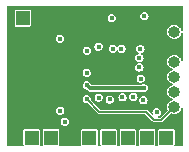
<source format=gbr>
%TF.GenerationSoftware,KiCad,Pcbnew,7.0.2-6a45011f42~172~ubuntu22.04.1*%
%TF.CreationDate,2023-05-25T09:16:40+08:00*%
%TF.ProjectId,fly2040_ds,666c7932-3034-4305-9f64-732e6b696361,rev?*%
%TF.SameCoordinates,PX45b1cc0PY2f4fd10*%
%TF.FileFunction,Copper,L2,Inr*%
%TF.FilePolarity,Positive*%
%FSLAX46Y46*%
G04 Gerber Fmt 4.6, Leading zero omitted, Abs format (unit mm)*
G04 Created by KiCad (PCBNEW 7.0.2-6a45011f42~172~ubuntu22.04.1) date 2023-05-25 09:16:40*
%MOMM*%
%LPD*%
G01*
G04 APERTURE LIST*
%TA.AperFunction,ComponentPad*%
%ADD10R,1.200000X1.200000*%
%TD*%
%TA.AperFunction,ComponentPad*%
%ADD11O,1.000000X1.000000*%
%TD*%
%TA.AperFunction,ViaPad*%
%ADD12C,0.450000*%
%TD*%
%TA.AperFunction,Conductor*%
%ADD13C,0.200000*%
%TD*%
%TA.AperFunction,Conductor*%
%ADD14C,0.357600*%
%TD*%
G04 APERTURE END LIST*
D10*
%TO.N,NS_SCL*%
%TO.C,J7*%
X2177500Y-11220000D03*
%TD*%
D11*
%TO.N,RST*%
%TO.C,J8*%
X14255753Y-8601880D03*
%TO.N,D-*%
X14255753Y-7331880D03*
%TO.N,D+*%
X14255753Y-6061880D03*
%TO.N,+3V3*%
X14255753Y-4791880D03*
%TO.N,GND*%
X14255753Y-3521880D03*
%TO.N,BOOT*%
X14255753Y-2251880D03*
%TD*%
D10*
%TO.N,NS_CPU*%
%TO.C,J1*%
X1430000Y-1110000D03*
%TD*%
%TO.N,NS_CMD*%
%TO.C,J4*%
X10315000Y-11220000D03*
%TD*%
%TO.N,NS_RST*%
%TO.C,J2*%
X7060000Y-11220000D03*
%TD*%
%TO.N,NS_SDA*%
%TO.C,J6*%
X3810000Y-11220000D03*
%TD*%
%TO.N,NS_D0*%
%TO.C,J5*%
X11942500Y-11220000D03*
%TD*%
%TO.N,GND*%
%TO.C,J9*%
X5432500Y-11220000D03*
%TD*%
%TO.N,NS_CLK*%
%TO.C,J3*%
X8687500Y-11220000D03*
%TD*%
%TO.N,+3V3*%
%TO.C,J10*%
X13570000Y-11220000D03*
%TD*%
D12*
%TO.N,GND*%
X4440000Y-4640000D03*
X920000Y-8060000D03*
X920000Y-2740000D03*
%TO.N,+3V3*%
X4560000Y-2830000D03*
%TO.N,LED_DATA*%
X4590000Y-8930000D03*
%TO.N,RST*%
X6830000Y-7950000D03*
%TO.N,Net-(U1-GPIO29_ADC3)*%
X11630000Y-8050000D03*
%TO.N,Net-(U1-GPIO28_ADC2)*%
X10780000Y-7760000D03*
%TO.N,Net-(U1-GPIO27_ADC1)*%
X9860000Y-7800000D03*
%TO.N,Net-(U1-GPIO26_ADC0)*%
X8780000Y-7990000D03*
%TO.N,+3V3*%
X7855000Y-7830000D03*
%TO.N,QSPI_SD3*%
X11405000Y-6225000D03*
%TO.N,QSPI_SCK*%
X11290000Y-5270000D03*
%TO.N,QSPI_SD0*%
X11290000Y-4470000D03*
%TO.N,QSPI_SD2*%
X11380000Y-3710000D03*
%TO.N,QSPI_SD1*%
X9775000Y-3695000D03*
%TO.N,QSPI_CS*%
X9050000Y-3685000D03*
%TO.N,+3V3*%
X4980000Y-9880000D03*
X11720000Y-920000D03*
X12755000Y-9090000D03*
X8955000Y-1090000D03*
X6840000Y-5730000D03*
%TO.N,+1V1*%
X6850000Y-6785000D03*
X11660000Y-7010000D03*
%TO.N,NS_SDA*%
X7840000Y-3515000D03*
%TO.N,NS_SCL*%
X6850000Y-3850000D03*
%TD*%
D13*
%TO.N,RST*%
X6830000Y-7950000D02*
X7910000Y-9030000D01*
X7910000Y-9030000D02*
X11850000Y-9030000D01*
X11850000Y-9030000D02*
X12530000Y-9710000D01*
X12530000Y-9710000D02*
X13147633Y-9710000D01*
X13147633Y-9710000D02*
X14255753Y-8601880D01*
D14*
%TO.N,+1V1*%
X7120000Y-7055000D02*
X6850000Y-6785000D01*
X11660000Y-7010000D02*
X11615000Y-7055000D01*
X11615000Y-7055000D02*
X7120000Y-7055000D01*
%TD*%
%TA.AperFunction,Conductor*%
%TO.N,GND*%
G36*
X14935648Y-64352D02*
G01*
X14950000Y-99000D01*
X14950000Y-2177000D01*
X14935648Y-2211648D01*
X14901000Y-2226000D01*
X14866352Y-2211648D01*
X14852419Y-2183396D01*
X14851577Y-2177000D01*
X14840797Y-2095118D01*
X14780289Y-1949039D01*
X14743950Y-1901681D01*
X14684035Y-1823597D01*
X14558595Y-1727345D01*
X14558594Y-1727344D01*
X14412515Y-1666836D01*
X14255753Y-1646198D01*
X14098990Y-1666836D01*
X13995695Y-1709622D01*
X13970884Y-1719900D01*
X13952910Y-1727345D01*
X13827470Y-1823597D01*
X13731218Y-1949037D01*
X13731217Y-1949038D01*
X13731217Y-1949039D01*
X13670709Y-2095118D01*
X13650071Y-2251880D01*
X13670709Y-2408642D01*
X13731217Y-2554721D01*
X13731218Y-2554722D01*
X13827470Y-2680162D01*
X13879828Y-2720337D01*
X13952912Y-2776416D01*
X14098991Y-2836924D01*
X14255753Y-2857562D01*
X14412515Y-2836924D01*
X14558594Y-2776416D01*
X14684035Y-2680162D01*
X14780289Y-2554721D01*
X14840797Y-2408642D01*
X14852419Y-2320362D01*
X14871171Y-2287885D01*
X14907396Y-2278178D01*
X14939874Y-2296930D01*
X14950000Y-2326759D01*
X14950000Y-4717000D01*
X14935648Y-4751648D01*
X14901000Y-4766000D01*
X14866352Y-4751648D01*
X14852419Y-4723396D01*
X14851577Y-4717000D01*
X14840797Y-4635118D01*
X14780289Y-4489039D01*
X14743950Y-4441681D01*
X14684035Y-4363597D01*
X14558595Y-4267345D01*
X14558594Y-4267344D01*
X14412515Y-4206836D01*
X14255753Y-4186198D01*
X14098990Y-4206836D01*
X13952910Y-4267345D01*
X13827470Y-4363597D01*
X13731218Y-4489037D01*
X13670709Y-4635117D01*
X13654651Y-4757095D01*
X13650071Y-4791880D01*
X13670709Y-4948642D01*
X13731217Y-5094721D01*
X13731218Y-5094722D01*
X13827470Y-5220162D01*
X13892421Y-5270000D01*
X13952912Y-5316416D01*
X14060833Y-5361118D01*
X14098990Y-5376924D01*
X14109434Y-5378299D01*
X14141912Y-5397051D01*
X14151619Y-5433276D01*
X14132867Y-5465754D01*
X14109434Y-5475461D01*
X14098990Y-5476835D01*
X13952910Y-5537345D01*
X13827470Y-5633597D01*
X13731218Y-5759037D01*
X13670709Y-5905117D01*
X13655368Y-6021648D01*
X13650071Y-6061880D01*
X13670709Y-6218642D01*
X13731217Y-6364721D01*
X13731218Y-6364722D01*
X13827470Y-6490162D01*
X13905554Y-6550077D01*
X13952912Y-6586416D01*
X14060833Y-6631118D01*
X14098990Y-6646924D01*
X14109434Y-6648299D01*
X14141912Y-6667051D01*
X14151619Y-6703276D01*
X14132867Y-6735754D01*
X14109434Y-6745461D01*
X14098990Y-6746835D01*
X13952910Y-6807345D01*
X13827470Y-6903597D01*
X13731218Y-7029037D01*
X13670709Y-7175117D01*
X13650511Y-7328541D01*
X13650071Y-7331880D01*
X13670709Y-7488642D01*
X13731217Y-7634721D01*
X13731218Y-7634722D01*
X13827470Y-7760162D01*
X13879389Y-7800000D01*
X13952912Y-7856416D01*
X14060833Y-7901118D01*
X14098990Y-7916924D01*
X14109434Y-7918299D01*
X14141912Y-7937051D01*
X14151619Y-7973276D01*
X14132867Y-8005754D01*
X14109434Y-8015461D01*
X14098990Y-8016835D01*
X13952910Y-8077345D01*
X13827470Y-8173597D01*
X13731218Y-8299037D01*
X13731217Y-8299038D01*
X13731217Y-8299039D01*
X13726418Y-8310625D01*
X13670709Y-8445117D01*
X13650071Y-8601879D01*
X13670709Y-8758643D01*
X13705168Y-8841835D01*
X13705168Y-8879338D01*
X13694546Y-8895234D01*
X13083533Y-9506248D01*
X13048885Y-9520600D01*
X12886043Y-9520600D01*
X12851395Y-9506248D01*
X12837043Y-9471600D01*
X12851395Y-9436952D01*
X12863797Y-9427941D01*
X12907296Y-9405776D01*
X12963587Y-9377095D01*
X13042095Y-9298587D01*
X13080583Y-9223049D01*
X13092500Y-9199662D01*
X13096660Y-9173396D01*
X13109869Y-9090000D01*
X13092500Y-8980339D01*
X13092500Y-8980337D01*
X13045732Y-8888551D01*
X13042095Y-8881413D01*
X12963587Y-8802905D01*
X12963586Y-8802905D01*
X12864662Y-8752499D01*
X12755000Y-8735131D01*
X12645337Y-8752499D01*
X12546412Y-8802905D01*
X12467905Y-8881412D01*
X12417499Y-8980337D01*
X12400131Y-9090000D01*
X12418370Y-9205160D01*
X12409615Y-9241627D01*
X12377638Y-9261222D01*
X12341171Y-9252467D01*
X12335325Y-9247473D01*
X12012568Y-8924716D01*
X12003070Y-8911331D01*
X12001887Y-8908874D01*
X11993118Y-8901881D01*
X11978551Y-8890263D01*
X11974455Y-8886602D01*
X11968835Y-8880982D01*
X11962100Y-8876750D01*
X11957620Y-8873572D01*
X11955753Y-8872083D01*
X11934291Y-8854968D01*
X11931632Y-8854361D01*
X11916473Y-8848081D01*
X11914164Y-8846631D01*
X11898895Y-8844910D01*
X11884502Y-8843288D01*
X11879093Y-8842368D01*
X11871341Y-8840600D01*
X11863388Y-8840600D01*
X11857902Y-8840292D01*
X11828249Y-8836951D01*
X11828248Y-8836951D01*
X11825676Y-8837851D01*
X11809494Y-8840600D01*
X8008748Y-8840600D01*
X7974100Y-8826248D01*
X7190625Y-8042773D01*
X7176273Y-8008125D01*
X7176875Y-8000469D01*
X7184869Y-7950000D01*
X7172144Y-7869661D01*
X7167500Y-7840337D01*
X7162233Y-7830000D01*
X7500131Y-7830000D01*
X7517499Y-7939662D01*
X7556822Y-8016835D01*
X7567905Y-8038587D01*
X7646413Y-8117095D01*
X7678554Y-8133472D01*
X7745337Y-8167500D01*
X7771718Y-8171678D01*
X7855000Y-8184869D01*
X7949667Y-8169874D01*
X7964662Y-8167500D01*
X7998053Y-8150486D01*
X8063587Y-8117095D01*
X8142095Y-8038587D01*
X8166851Y-7990000D01*
X8425131Y-7990000D01*
X8442499Y-8099662D01*
X8485915Y-8184868D01*
X8492905Y-8198587D01*
X8571413Y-8277095D01*
X8591834Y-8287500D01*
X8670337Y-8327500D01*
X8696718Y-8331678D01*
X8780000Y-8344869D01*
X8874667Y-8329874D01*
X8889662Y-8327500D01*
X8923053Y-8310486D01*
X8988587Y-8277095D01*
X9067095Y-8198587D01*
X9108617Y-8117095D01*
X9117500Y-8099662D01*
X9123835Y-8059662D01*
X9134869Y-7990000D01*
X9117500Y-7880339D01*
X9117500Y-7880337D01*
X9076565Y-7800000D01*
X9505131Y-7800000D01*
X9522499Y-7909662D01*
X9572670Y-8008125D01*
X9572905Y-8008587D01*
X9651413Y-8087095D01*
X9683554Y-8103472D01*
X9750337Y-8137500D01*
X9776718Y-8141678D01*
X9860000Y-8154869D01*
X9954667Y-8139874D01*
X9969662Y-8137500D01*
X10014079Y-8114868D01*
X10068587Y-8087095D01*
X10147095Y-8008587D01*
X10193099Y-7918299D01*
X10197500Y-7909662D01*
X10202144Y-7880339D01*
X10214869Y-7800000D01*
X10197500Y-7690339D01*
X10197500Y-7690337D01*
X10147094Y-7591412D01*
X10068587Y-7512905D01*
X9969662Y-7462499D01*
X9860000Y-7445131D01*
X9750337Y-7462499D01*
X9651412Y-7512905D01*
X9572905Y-7591412D01*
X9522499Y-7690337D01*
X9505131Y-7800000D01*
X9076565Y-7800000D01*
X9067094Y-7781412D01*
X8988587Y-7702905D01*
X8889662Y-7652499D01*
X8780000Y-7635131D01*
X8670337Y-7652499D01*
X8571412Y-7702905D01*
X8492905Y-7781412D01*
X8442499Y-7880337D01*
X8425131Y-7990000D01*
X8166851Y-7990000D01*
X8192156Y-7940337D01*
X8192500Y-7939662D01*
X8197251Y-7909662D01*
X8209869Y-7830000D01*
X8192500Y-7720339D01*
X8192500Y-7720337D01*
X8156832Y-7650337D01*
X8142095Y-7621413D01*
X8063587Y-7542905D01*
X7964662Y-7492499D01*
X7855000Y-7475131D01*
X7745337Y-7492499D01*
X7646412Y-7542905D01*
X7567905Y-7621412D01*
X7517499Y-7720337D01*
X7500131Y-7830000D01*
X7162233Y-7830000D01*
X7133472Y-7773554D01*
X7117095Y-7741413D01*
X7038587Y-7662905D01*
X7038586Y-7662905D01*
X6939662Y-7612499D01*
X6830000Y-7595131D01*
X6720337Y-7612499D01*
X6621412Y-7662905D01*
X6542905Y-7741412D01*
X6492499Y-7840337D01*
X6475131Y-7950000D01*
X6492499Y-8059662D01*
X6541010Y-8154868D01*
X6542905Y-8158587D01*
X6621413Y-8237095D01*
X6653554Y-8253472D01*
X6720337Y-8287500D01*
X6750325Y-8292249D01*
X6830000Y-8304869D01*
X6880461Y-8296876D01*
X6916926Y-8305631D01*
X6922773Y-8310625D01*
X7747430Y-9135282D01*
X7756928Y-9148666D01*
X7758113Y-9151126D01*
X7781447Y-9169735D01*
X7785544Y-9173396D01*
X7791165Y-9179017D01*
X7797903Y-9183251D01*
X7802377Y-9186426D01*
X7818975Y-9199662D01*
X7825709Y-9205032D01*
X7828362Y-9205637D01*
X7843532Y-9211921D01*
X7844705Y-9212657D01*
X7845837Y-9213369D01*
X7875499Y-9216710D01*
X7880907Y-9217630D01*
X7884456Y-9218440D01*
X7888658Y-9219400D01*
X7888659Y-9219400D01*
X7896607Y-9219400D01*
X7902093Y-9219708D01*
X7931752Y-9223050D01*
X7934324Y-9222149D01*
X7950508Y-9219400D01*
X11751252Y-9219400D01*
X11785900Y-9233752D01*
X12367430Y-9815282D01*
X12376928Y-9828666D01*
X12378113Y-9831126D01*
X12401447Y-9849735D01*
X12405544Y-9853396D01*
X12411164Y-9859016D01*
X12414408Y-9861054D01*
X12417897Y-9863247D01*
X12422375Y-9866424D01*
X12445709Y-9885032D01*
X12448366Y-9885638D01*
X12463531Y-9891921D01*
X12465835Y-9893369D01*
X12471255Y-9893979D01*
X12495492Y-9896710D01*
X12500903Y-9897630D01*
X12508658Y-9899400D01*
X12508659Y-9899400D01*
X12516612Y-9899400D01*
X12522097Y-9899707D01*
X12551751Y-9903049D01*
X12554321Y-9902149D01*
X12570504Y-9899400D01*
X13107127Y-9899400D01*
X13123309Y-9902149D01*
X13124056Y-9902410D01*
X13125882Y-9903049D01*
X13155535Y-9899707D01*
X13161021Y-9899400D01*
X13168972Y-9899400D01*
X13168974Y-9899400D01*
X13176734Y-9897628D01*
X13182138Y-9896710D01*
X13211797Y-9893369D01*
X13214097Y-9891923D01*
X13229270Y-9885637D01*
X13231924Y-9885032D01*
X13255264Y-9866417D01*
X13259732Y-9863248D01*
X13266469Y-9859016D01*
X13269695Y-9855788D01*
X13272094Y-9853391D01*
X13276184Y-9849735D01*
X13299520Y-9831126D01*
X13300701Y-9828672D01*
X13310198Y-9815285D01*
X13962398Y-9163085D01*
X13997045Y-9148734D01*
X14015796Y-9152463D01*
X14098991Y-9186924D01*
X14255753Y-9207562D01*
X14412515Y-9186924D01*
X14558594Y-9126416D01*
X14684035Y-9030162D01*
X14780289Y-8904721D01*
X14840797Y-8758642D01*
X14852419Y-8670362D01*
X14871171Y-8637885D01*
X14907396Y-8628178D01*
X14939874Y-8646930D01*
X14950000Y-8676759D01*
X14950000Y-11901000D01*
X14935648Y-11935648D01*
X14901000Y-11950000D01*
X14295680Y-11950000D01*
X14261032Y-11935648D01*
X14246680Y-11901000D01*
X14254937Y-11873778D01*
X14254938Y-11873777D01*
X14264669Y-11859213D01*
X14270500Y-11829899D01*
X14270499Y-10610102D01*
X14264669Y-10580787D01*
X14264669Y-10580786D01*
X14242457Y-10547543D01*
X14242456Y-10547542D01*
X14209213Y-10525331D01*
X14209212Y-10525330D01*
X14209211Y-10525330D01*
X14179900Y-10519500D01*
X12960102Y-10519500D01*
X12930786Y-10525330D01*
X12897543Y-10547542D01*
X12875330Y-10580788D01*
X12869500Y-10610099D01*
X12869500Y-11829897D01*
X12875330Y-11859213D01*
X12885062Y-11873777D01*
X12892378Y-11910559D01*
X12871543Y-11941742D01*
X12844320Y-11950000D01*
X12668180Y-11950000D01*
X12633532Y-11935648D01*
X12619180Y-11901000D01*
X12627437Y-11873778D01*
X12627438Y-11873777D01*
X12637169Y-11859213D01*
X12643000Y-11829899D01*
X12642999Y-10610102D01*
X12637169Y-10580787D01*
X12637169Y-10580786D01*
X12614957Y-10547543D01*
X12614956Y-10547542D01*
X12581713Y-10525331D01*
X12581712Y-10525330D01*
X12581711Y-10525330D01*
X12552400Y-10519500D01*
X11332602Y-10519500D01*
X11303286Y-10525330D01*
X11270043Y-10547542D01*
X11247830Y-10580788D01*
X11242000Y-10610099D01*
X11242000Y-11829897D01*
X11247830Y-11859213D01*
X11257562Y-11873777D01*
X11264878Y-11910559D01*
X11244043Y-11941742D01*
X11216820Y-11950000D01*
X11040680Y-11950000D01*
X11006032Y-11935648D01*
X10991680Y-11901000D01*
X10999937Y-11873778D01*
X10999938Y-11873777D01*
X11009669Y-11859213D01*
X11015500Y-11829899D01*
X11015499Y-10610102D01*
X11009669Y-10580787D01*
X11009669Y-10580786D01*
X10987457Y-10547543D01*
X10987456Y-10547542D01*
X10954213Y-10525331D01*
X10954212Y-10525330D01*
X10954211Y-10525330D01*
X10924900Y-10519500D01*
X9705102Y-10519500D01*
X9675786Y-10525330D01*
X9642543Y-10547542D01*
X9620330Y-10580788D01*
X9614500Y-10610099D01*
X9614500Y-11829897D01*
X9620330Y-11859213D01*
X9630062Y-11873777D01*
X9637378Y-11910559D01*
X9616543Y-11941742D01*
X9589320Y-11950000D01*
X9413180Y-11950000D01*
X9378532Y-11935648D01*
X9364180Y-11901000D01*
X9372437Y-11873778D01*
X9372438Y-11873777D01*
X9382169Y-11859213D01*
X9388000Y-11829899D01*
X9387999Y-10610102D01*
X9382169Y-10580787D01*
X9382169Y-10580786D01*
X9359957Y-10547543D01*
X9359956Y-10547542D01*
X9326713Y-10525331D01*
X9326712Y-10525330D01*
X9326711Y-10525330D01*
X9297400Y-10519500D01*
X8077602Y-10519500D01*
X8048286Y-10525330D01*
X8015043Y-10547542D01*
X7992830Y-10580788D01*
X7987000Y-10610099D01*
X7987000Y-11829897D01*
X7992830Y-11859213D01*
X8002562Y-11873777D01*
X8009878Y-11910559D01*
X7989043Y-11941742D01*
X7961820Y-11950000D01*
X7785680Y-11950000D01*
X7751032Y-11935648D01*
X7736680Y-11901000D01*
X7744937Y-11873778D01*
X7744938Y-11873777D01*
X7754669Y-11859213D01*
X7760500Y-11829899D01*
X7760499Y-10610102D01*
X7754669Y-10580787D01*
X7754669Y-10580786D01*
X7732457Y-10547543D01*
X7732456Y-10547542D01*
X7699213Y-10525331D01*
X7699212Y-10525330D01*
X7699211Y-10525330D01*
X7669900Y-10519500D01*
X6450102Y-10519500D01*
X6420786Y-10525330D01*
X6387543Y-10547542D01*
X6365330Y-10580788D01*
X6359500Y-10610099D01*
X6359500Y-11829897D01*
X6365330Y-11859213D01*
X6375062Y-11873777D01*
X6382378Y-11910559D01*
X6361543Y-11941742D01*
X6334320Y-11950000D01*
X4535680Y-11950000D01*
X4501032Y-11935648D01*
X4486680Y-11901000D01*
X4494937Y-11873778D01*
X4494938Y-11873777D01*
X4504669Y-11859213D01*
X4510500Y-11829899D01*
X4510499Y-10610102D01*
X4504669Y-10580787D01*
X4504669Y-10580786D01*
X4482457Y-10547543D01*
X4482456Y-10547542D01*
X4449213Y-10525331D01*
X4449212Y-10525330D01*
X4449211Y-10525330D01*
X4419900Y-10519500D01*
X3200102Y-10519500D01*
X3170786Y-10525330D01*
X3137543Y-10547542D01*
X3115330Y-10580788D01*
X3109500Y-10610099D01*
X3109500Y-11829897D01*
X3115330Y-11859213D01*
X3125062Y-11873777D01*
X3132378Y-11910559D01*
X3111543Y-11941742D01*
X3084320Y-11950000D01*
X2903180Y-11950000D01*
X2868532Y-11935648D01*
X2854180Y-11901000D01*
X2862437Y-11873778D01*
X2862438Y-11873777D01*
X2872169Y-11859213D01*
X2878000Y-11829899D01*
X2877999Y-10610102D01*
X2872169Y-10580787D01*
X2872169Y-10580786D01*
X2849957Y-10547543D01*
X2849956Y-10547542D01*
X2816713Y-10525331D01*
X2816712Y-10525330D01*
X2816711Y-10525330D01*
X2787400Y-10519500D01*
X1567602Y-10519500D01*
X1538286Y-10525330D01*
X1505043Y-10547542D01*
X1482830Y-10580788D01*
X1477000Y-10610099D01*
X1477000Y-11829897D01*
X1482830Y-11859213D01*
X1492562Y-11873777D01*
X1499878Y-11910559D01*
X1479043Y-11941742D01*
X1451820Y-11950000D01*
X99000Y-11950000D01*
X64352Y-11935648D01*
X50000Y-11901000D01*
X50000Y-9880000D01*
X4625131Y-9880000D01*
X4642499Y-9989662D01*
X4692904Y-10088586D01*
X4692905Y-10088587D01*
X4771413Y-10167095D01*
X4803554Y-10183472D01*
X4870337Y-10217500D01*
X4896718Y-10221678D01*
X4980000Y-10234869D01*
X5074667Y-10219874D01*
X5089662Y-10217500D01*
X5123053Y-10200486D01*
X5188587Y-10167095D01*
X5267095Y-10088587D01*
X5300486Y-10023053D01*
X5317500Y-9989662D01*
X5331218Y-9903048D01*
X5334869Y-9880000D01*
X5317500Y-9770339D01*
X5317500Y-9770337D01*
X5267094Y-9671412D01*
X5188587Y-9592905D01*
X5089662Y-9542499D01*
X4980000Y-9525131D01*
X4870337Y-9542499D01*
X4771412Y-9592905D01*
X4692905Y-9671412D01*
X4642499Y-9770337D01*
X4625131Y-9880000D01*
X50000Y-9880000D01*
X50000Y-8930000D01*
X4235131Y-8930000D01*
X4252499Y-9039662D01*
X4301221Y-9135282D01*
X4302905Y-9138587D01*
X4381413Y-9217095D01*
X4413554Y-9233472D01*
X4480337Y-9267500D01*
X4506718Y-9271678D01*
X4590000Y-9284869D01*
X4684667Y-9269874D01*
X4699662Y-9267500D01*
X4738966Y-9247473D01*
X4798587Y-9217095D01*
X4877095Y-9138587D01*
X4910486Y-9073053D01*
X4927500Y-9039662D01*
X4929874Y-9024667D01*
X4944869Y-8930000D01*
X4927500Y-8820339D01*
X4927500Y-8820337D01*
X4892934Y-8752499D01*
X4877095Y-8721413D01*
X4798587Y-8642905D01*
X4788735Y-8637885D01*
X4699662Y-8592499D01*
X4590000Y-8575131D01*
X4480337Y-8592499D01*
X4381412Y-8642905D01*
X4302905Y-8721412D01*
X4252499Y-8820337D01*
X4235131Y-8930000D01*
X50000Y-8930000D01*
X50000Y-6785000D01*
X6495131Y-6785000D01*
X6512499Y-6894662D01*
X6562905Y-6993587D01*
X6641413Y-7072095D01*
X6740339Y-7122500D01*
X6805256Y-7132781D01*
X6832238Y-7146530D01*
X6908263Y-7222555D01*
X6914357Y-7229980D01*
X6926639Y-7248361D01*
X6945015Y-7260639D01*
X6945023Y-7260646D01*
X7015351Y-7307638D01*
X7015353Y-7307639D01*
X7120000Y-7328454D01*
X7141683Y-7324140D01*
X7151242Y-7323200D01*
X10674688Y-7323200D01*
X10709336Y-7337552D01*
X10723688Y-7372200D01*
X10709336Y-7406848D01*
X10682353Y-7420597D01*
X10670337Y-7422500D01*
X10571412Y-7472905D01*
X10492905Y-7551412D01*
X10442499Y-7650337D01*
X10425131Y-7760000D01*
X10442499Y-7869662D01*
X10488776Y-7960484D01*
X10492905Y-7968587D01*
X10571413Y-8047095D01*
X10603554Y-8063472D01*
X10670337Y-8097500D01*
X10696718Y-8101678D01*
X10780000Y-8114869D01*
X10876017Y-8099661D01*
X10889662Y-8097500D01*
X10923053Y-8080486D01*
X10982886Y-8050000D01*
X11275131Y-8050000D01*
X11292499Y-8159662D01*
X11331954Y-8237094D01*
X11342905Y-8258587D01*
X11421413Y-8337095D01*
X11453554Y-8353472D01*
X11520337Y-8387500D01*
X11546718Y-8391678D01*
X11630000Y-8404869D01*
X11724667Y-8389874D01*
X11739662Y-8387500D01*
X11773053Y-8370486D01*
X11838587Y-8337095D01*
X11917095Y-8258587D01*
X11954656Y-8184869D01*
X11967500Y-8159662D01*
X11974242Y-8117094D01*
X11984869Y-8050000D01*
X11967500Y-7940339D01*
X11967500Y-7940337D01*
X11917094Y-7841412D01*
X11838587Y-7762905D01*
X11739662Y-7712499D01*
X11630000Y-7695131D01*
X11520337Y-7712499D01*
X11421412Y-7762905D01*
X11342905Y-7841412D01*
X11292499Y-7940337D01*
X11275131Y-8050000D01*
X10982886Y-8050000D01*
X10988587Y-8047095D01*
X11067095Y-7968587D01*
X11100486Y-7903053D01*
X11117500Y-7869662D01*
X11122144Y-7840339D01*
X11134869Y-7760000D01*
X11119490Y-7662905D01*
X11117500Y-7650337D01*
X11067094Y-7551412D01*
X10988587Y-7472905D01*
X10889662Y-7422500D01*
X10877647Y-7420597D01*
X10845670Y-7401001D01*
X10836915Y-7364535D01*
X10856511Y-7332558D01*
X10885312Y-7323200D01*
X11490884Y-7323200D01*
X11513128Y-7328540D01*
X11526686Y-7335448D01*
X11550338Y-7347500D01*
X11565332Y-7349874D01*
X11660000Y-7364869D01*
X11754667Y-7349874D01*
X11769662Y-7347500D01*
X11815506Y-7324141D01*
X11868587Y-7297095D01*
X11947095Y-7218587D01*
X11990815Y-7132781D01*
X11997500Y-7119662D01*
X12011853Y-7029039D01*
X12014869Y-7010000D01*
X11997500Y-6900339D01*
X11997500Y-6900337D01*
X11947094Y-6801412D01*
X11868587Y-6722905D01*
X11769662Y-6672499D01*
X11660000Y-6655131D01*
X11550337Y-6672499D01*
X11451412Y-6722905D01*
X11401870Y-6772448D01*
X11367222Y-6786800D01*
X7251388Y-6786800D01*
X7216740Y-6772448D01*
X7211530Y-6767238D01*
X7197781Y-6740255D01*
X7187500Y-6675339D01*
X7137095Y-6576413D01*
X7058587Y-6497905D01*
X7058586Y-6497905D01*
X6959662Y-6447499D01*
X6850000Y-6430131D01*
X6740337Y-6447499D01*
X6641412Y-6497905D01*
X6562905Y-6576412D01*
X6512499Y-6675337D01*
X6495131Y-6785000D01*
X50000Y-6785000D01*
X50000Y-6225000D01*
X11050131Y-6225000D01*
X11067499Y-6334662D01*
X11116144Y-6430131D01*
X11117905Y-6433587D01*
X11196413Y-6512095D01*
X11228554Y-6528472D01*
X11295337Y-6562500D01*
X11321718Y-6566678D01*
X11405000Y-6579869D01*
X11499667Y-6564874D01*
X11514662Y-6562500D01*
X11548053Y-6545486D01*
X11613587Y-6512095D01*
X11692095Y-6433587D01*
X11727184Y-6364721D01*
X11742500Y-6334662D01*
X11744874Y-6319667D01*
X11759869Y-6225000D01*
X11742500Y-6115339D01*
X11742500Y-6115337D01*
X11692094Y-6016412D01*
X11613587Y-5937905D01*
X11514662Y-5887499D01*
X11405000Y-5870131D01*
X11295337Y-5887499D01*
X11196412Y-5937905D01*
X11117905Y-6016412D01*
X11067499Y-6115337D01*
X11050131Y-6225000D01*
X50000Y-6225000D01*
X50000Y-5730000D01*
X6485131Y-5730000D01*
X6502499Y-5839662D01*
X6552904Y-5938586D01*
X6552905Y-5938587D01*
X6631413Y-6017095D01*
X6663554Y-6033472D01*
X6730337Y-6067500D01*
X6756718Y-6071678D01*
X6840000Y-6084869D01*
X6934667Y-6069874D01*
X6949662Y-6067500D01*
X6983053Y-6050486D01*
X7048587Y-6017095D01*
X7127095Y-5938587D01*
X7161975Y-5870131D01*
X7177500Y-5839662D01*
X7179874Y-5824667D01*
X7194869Y-5730000D01*
X7179600Y-5633597D01*
X7177500Y-5620337D01*
X7143472Y-5553554D01*
X7127095Y-5521413D01*
X7048587Y-5442905D01*
X7029689Y-5433276D01*
X6949662Y-5392499D01*
X6840000Y-5375131D01*
X6730337Y-5392499D01*
X6631412Y-5442905D01*
X6552905Y-5521412D01*
X6502499Y-5620337D01*
X6485131Y-5730000D01*
X50000Y-5730000D01*
X50000Y-5270000D01*
X10935131Y-5270000D01*
X10952499Y-5379662D01*
X10996366Y-5465754D01*
X11002905Y-5478587D01*
X11081413Y-5557095D01*
X11113554Y-5573472D01*
X11180337Y-5607500D01*
X11206718Y-5611678D01*
X11290000Y-5624869D01*
X11384667Y-5609874D01*
X11399662Y-5607500D01*
X11433053Y-5590486D01*
X11498587Y-5557095D01*
X11577095Y-5478587D01*
X11618379Y-5397562D01*
X11627500Y-5379662D01*
X11637517Y-5316416D01*
X11644869Y-5270000D01*
X11627500Y-5160339D01*
X11627500Y-5160337D01*
X11577094Y-5061412D01*
X11498587Y-4982905D01*
X11399662Y-4932500D01*
X11310620Y-4918397D01*
X11292103Y-4907049D01*
X11290515Y-4909642D01*
X11269379Y-4918397D01*
X11180337Y-4932499D01*
X11081412Y-4982905D01*
X11002905Y-5061412D01*
X10952499Y-5160337D01*
X10935131Y-5270000D01*
X50000Y-5270000D01*
X50000Y-4470000D01*
X10935131Y-4470000D01*
X10952499Y-4579662D01*
X11002905Y-4678586D01*
X11002905Y-4678587D01*
X11081413Y-4757095D01*
X11113554Y-4773472D01*
X11180337Y-4807500D01*
X11269379Y-4821603D01*
X11287895Y-4832950D01*
X11289484Y-4830358D01*
X11310620Y-4821603D01*
X11399661Y-4807500D01*
X11498587Y-4757095D01*
X11577095Y-4678587D01*
X11610486Y-4613053D01*
X11627500Y-4579662D01*
X11641853Y-4489039D01*
X11644869Y-4470000D01*
X11627500Y-4360339D01*
X11627500Y-4360337D01*
X11577094Y-4261412D01*
X11498587Y-4182905D01*
X11428110Y-4146995D01*
X11403754Y-4118478D01*
X11406697Y-4081090D01*
X11435214Y-4056734D01*
X11442684Y-4054940D01*
X11489661Y-4047500D01*
X11588587Y-3997095D01*
X11667095Y-3918587D01*
X11709031Y-3836282D01*
X11717500Y-3819662D01*
X11720282Y-3802094D01*
X11734869Y-3710000D01*
X11717500Y-3600339D01*
X11717500Y-3600337D01*
X11672744Y-3512500D01*
X11667095Y-3501413D01*
X11588587Y-3422905D01*
X11588586Y-3422904D01*
X11489662Y-3372499D01*
X11380000Y-3355131D01*
X11270337Y-3372499D01*
X11171412Y-3422905D01*
X11092905Y-3501412D01*
X11042499Y-3600337D01*
X11025131Y-3710000D01*
X11042499Y-3819662D01*
X11092905Y-3918587D01*
X11171413Y-3997095D01*
X11241888Y-4033004D01*
X11266245Y-4061521D01*
X11263302Y-4098908D01*
X11234785Y-4123265D01*
X11227309Y-4125060D01*
X11180337Y-4132500D01*
X11081412Y-4182905D01*
X11002905Y-4261412D01*
X10952499Y-4360337D01*
X10935131Y-4470000D01*
X50000Y-4470000D01*
X50000Y-3850000D01*
X6495131Y-3850000D01*
X6512499Y-3959662D01*
X6557255Y-4047499D01*
X6562905Y-4058587D01*
X6641413Y-4137095D01*
X6660843Y-4146995D01*
X6740337Y-4187500D01*
X6766718Y-4191678D01*
X6850000Y-4204869D01*
X6944667Y-4189874D01*
X6959662Y-4187500D01*
X6993053Y-4170486D01*
X7058587Y-4137095D01*
X7137095Y-4058587D01*
X7170486Y-3993053D01*
X7187500Y-3959662D01*
X7189874Y-3944667D01*
X7204869Y-3850000D01*
X7187500Y-3740339D01*
X7187500Y-3740337D01*
X7137094Y-3641412D01*
X7058587Y-3562905D01*
X6964570Y-3515000D01*
X7485131Y-3515000D01*
X7502499Y-3624662D01*
X7538339Y-3695000D01*
X7552905Y-3723587D01*
X7631413Y-3802095D01*
X7650708Y-3811926D01*
X7730337Y-3852500D01*
X7756718Y-3856678D01*
X7840000Y-3869869D01*
X7934667Y-3854874D01*
X7949662Y-3852500D01*
X7983053Y-3835486D01*
X8048587Y-3802095D01*
X8127095Y-3723587D01*
X8146756Y-3685000D01*
X8695131Y-3685000D01*
X8712499Y-3794662D01*
X8750820Y-3869869D01*
X8762905Y-3893587D01*
X8841413Y-3972095D01*
X8873554Y-3988472D01*
X8940337Y-4022500D01*
X8966718Y-4026678D01*
X9050000Y-4039869D01*
X9144667Y-4024874D01*
X9159662Y-4022500D01*
X9209523Y-3997094D01*
X9258587Y-3972095D01*
X9337095Y-3893587D01*
X9366292Y-3836283D01*
X9394810Y-3811926D01*
X9432197Y-3814869D01*
X9453611Y-3836282D01*
X9453612Y-3836283D01*
X9487905Y-3903587D01*
X9566413Y-3982095D01*
X9595850Y-3997094D01*
X9665337Y-4032500D01*
X9691718Y-4036678D01*
X9775000Y-4049869D01*
X9869667Y-4034874D01*
X9884662Y-4032500D01*
X9918053Y-4015486D01*
X9983587Y-3982095D01*
X10062095Y-3903587D01*
X10107299Y-3814869D01*
X10112500Y-3804662D01*
X10114874Y-3789667D01*
X10129869Y-3695000D01*
X10112500Y-3585339D01*
X10112500Y-3585337D01*
X10062094Y-3486412D01*
X9983587Y-3407905D01*
X9884662Y-3357499D01*
X9775000Y-3340131D01*
X9665337Y-3357499D01*
X9566412Y-3407905D01*
X9487905Y-3486412D01*
X9458706Y-3543717D01*
X9430188Y-3568073D01*
X9392801Y-3565130D01*
X9371388Y-3543717D01*
X9355482Y-3512500D01*
X9337095Y-3476413D01*
X9258587Y-3397905D01*
X9258586Y-3397904D01*
X9159662Y-3347499D01*
X9050000Y-3330131D01*
X8940337Y-3347499D01*
X8841412Y-3397905D01*
X8762905Y-3476412D01*
X8712499Y-3575337D01*
X8695131Y-3685000D01*
X8146756Y-3685000D01*
X8160486Y-3658053D01*
X8177500Y-3624662D01*
X8185312Y-3575337D01*
X8194869Y-3515000D01*
X8180282Y-3422905D01*
X8177500Y-3405337D01*
X8127094Y-3306412D01*
X8048587Y-3227905D01*
X7949662Y-3177499D01*
X7840000Y-3160131D01*
X7730337Y-3177499D01*
X7631412Y-3227905D01*
X7552905Y-3306412D01*
X7502499Y-3405337D01*
X7485131Y-3515000D01*
X6964570Y-3515000D01*
X6959662Y-3512499D01*
X6850000Y-3495131D01*
X6740337Y-3512499D01*
X6641412Y-3562905D01*
X6562905Y-3641412D01*
X6512499Y-3740337D01*
X6495131Y-3850000D01*
X50000Y-3850000D01*
X50000Y-2830000D01*
X4205131Y-2830000D01*
X4222499Y-2939662D01*
X4272904Y-3038586D01*
X4272905Y-3038587D01*
X4351413Y-3117095D01*
X4383554Y-3133472D01*
X4450337Y-3167500D01*
X4476718Y-3171678D01*
X4560000Y-3184869D01*
X4654667Y-3169874D01*
X4669662Y-3167500D01*
X4703053Y-3150486D01*
X4768587Y-3117095D01*
X4847095Y-3038587D01*
X4880486Y-2973053D01*
X4897500Y-2939662D01*
X4899874Y-2924667D01*
X4914869Y-2830000D01*
X4897500Y-2720339D01*
X4897500Y-2720337D01*
X4847094Y-2621412D01*
X4768587Y-2542905D01*
X4669662Y-2492499D01*
X4560000Y-2475131D01*
X4450337Y-2492499D01*
X4351412Y-2542905D01*
X4272905Y-2621412D01*
X4222499Y-2720337D01*
X4205131Y-2830000D01*
X50000Y-2830000D01*
X50000Y-1719897D01*
X729500Y-1719897D01*
X735330Y-1749213D01*
X757542Y-1782456D01*
X757543Y-1782457D01*
X790787Y-1804669D01*
X820101Y-1810500D01*
X2039898Y-1810499D01*
X2069213Y-1804669D01*
X2102457Y-1782457D01*
X2124669Y-1749213D01*
X2130500Y-1719899D01*
X2130499Y-1090000D01*
X8600131Y-1090000D01*
X8617499Y-1199662D01*
X8655820Y-1274869D01*
X8667905Y-1298587D01*
X8746413Y-1377095D01*
X8778554Y-1393472D01*
X8845337Y-1427500D01*
X8871718Y-1431678D01*
X8955000Y-1444869D01*
X9049667Y-1429874D01*
X9064662Y-1427500D01*
X9098053Y-1410486D01*
X9163587Y-1377095D01*
X9242095Y-1298587D01*
X9275486Y-1233053D01*
X9292500Y-1199662D01*
X9303757Y-1128587D01*
X9309869Y-1090000D01*
X9292500Y-980339D01*
X9292500Y-980337D01*
X9261756Y-920000D01*
X11365131Y-920000D01*
X11382499Y-1029662D01*
X11432905Y-1128586D01*
X11432905Y-1128587D01*
X11511413Y-1207095D01*
X11543554Y-1223472D01*
X11610337Y-1257500D01*
X11636718Y-1261678D01*
X11720000Y-1274869D01*
X11814667Y-1259874D01*
X11829662Y-1257500D01*
X11863053Y-1240486D01*
X11928587Y-1207095D01*
X12007095Y-1128587D01*
X12040486Y-1063053D01*
X12057500Y-1029662D01*
X12065312Y-980337D01*
X12074869Y-920000D01*
X12057500Y-810339D01*
X12057500Y-810337D01*
X12007094Y-711412D01*
X11928587Y-632905D01*
X11829662Y-582499D01*
X11733189Y-567220D01*
X11720000Y-565131D01*
X11719999Y-565131D01*
X11610337Y-582499D01*
X11511412Y-632905D01*
X11432905Y-711412D01*
X11382499Y-810337D01*
X11365131Y-920000D01*
X9261756Y-920000D01*
X9242094Y-881412D01*
X9163587Y-802905D01*
X9064662Y-752499D01*
X8955000Y-735131D01*
X8845337Y-752499D01*
X8746412Y-802905D01*
X8667905Y-881412D01*
X8617499Y-980337D01*
X8600131Y-1090000D01*
X2130499Y-1090000D01*
X2130499Y-500102D01*
X2124669Y-470787D01*
X2124669Y-470786D01*
X2102457Y-437543D01*
X2102456Y-437542D01*
X2069213Y-415331D01*
X2069212Y-415330D01*
X2069211Y-415330D01*
X2039900Y-409500D01*
X820102Y-409500D01*
X790786Y-415330D01*
X757543Y-437542D01*
X735330Y-470788D01*
X729500Y-500099D01*
X729500Y-1719897D01*
X50000Y-1719897D01*
X50000Y-99000D01*
X64352Y-64352D01*
X99000Y-50000D01*
X14901000Y-50000D01*
X14935648Y-64352D01*
G37*
%TD.AperFunction*%
%TD*%
M02*

</source>
